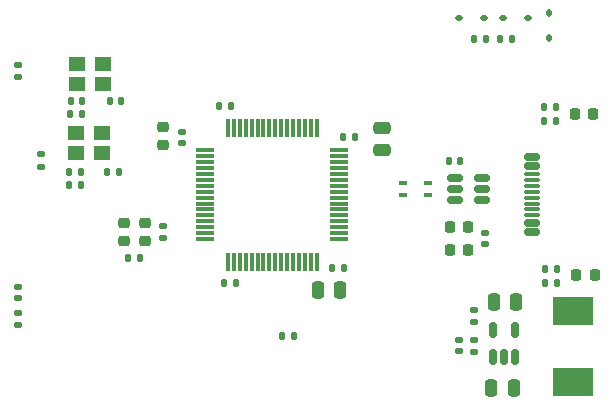
<source format=gbr>
%TF.GenerationSoftware,KiCad,Pcbnew,8.0.7*%
%TF.CreationDate,2024-12-25T08:40:24+02:00*%
%TF.ProjectId,STM32F405RGT6_BlackPill,53544d33-3246-4343-9035-524754365f42,rev?*%
%TF.SameCoordinates,Original*%
%TF.FileFunction,Paste,Top*%
%TF.FilePolarity,Positive*%
%FSLAX46Y46*%
G04 Gerber Fmt 4.6, Leading zero omitted, Abs format (unit mm)*
G04 Created by KiCad (PCBNEW 8.0.7) date 2024-12-25 08:40:24*
%MOMM*%
%LPD*%
G01*
G04 APERTURE LIST*
G04 Aperture macros list*
%AMRoundRect*
0 Rectangle with rounded corners*
0 $1 Rounding radius*
0 $2 $3 $4 $5 $6 $7 $8 $9 X,Y pos of 4 corners*
0 Add a 4 corners polygon primitive as box body*
4,1,4,$2,$3,$4,$5,$6,$7,$8,$9,$2,$3,0*
0 Add four circle primitives for the rounded corners*
1,1,$1+$1,$2,$3*
1,1,$1+$1,$4,$5*
1,1,$1+$1,$6,$7*
1,1,$1+$1,$8,$9*
0 Add four rect primitives between the rounded corners*
20,1,$1+$1,$2,$3,$4,$5,0*
20,1,$1+$1,$4,$5,$6,$7,0*
20,1,$1+$1,$6,$7,$8,$9,0*
20,1,$1+$1,$8,$9,$2,$3,0*%
G04 Aperture macros list end*
%ADD10RoundRect,0.075000X-0.700000X-0.075000X0.700000X-0.075000X0.700000X0.075000X-0.700000X0.075000X0*%
%ADD11RoundRect,0.075000X-0.075000X-0.700000X0.075000X-0.700000X0.075000X0.700000X-0.075000X0.700000X0*%
%ADD12RoundRect,0.140000X-0.140000X-0.170000X0.140000X-0.170000X0.140000X0.170000X-0.140000X0.170000X0*%
%ADD13R,0.762000X0.304800*%
%ADD14R,1.400000X1.200000*%
%ADD15RoundRect,0.150000X0.150000X-0.512500X0.150000X0.512500X-0.150000X0.512500X-0.150000X-0.512500X0*%
%ADD16RoundRect,0.140000X0.170000X-0.140000X0.170000X0.140000X-0.170000X0.140000X-0.170000X-0.140000X0*%
%ADD17RoundRect,0.112500X-0.112500X0.187500X-0.112500X-0.187500X0.112500X-0.187500X0.112500X0.187500X0*%
%ADD18RoundRect,0.135000X0.185000X-0.135000X0.185000X0.135000X-0.185000X0.135000X-0.185000X-0.135000X0*%
%ADD19RoundRect,0.147500X-0.172500X0.147500X-0.172500X-0.147500X0.172500X-0.147500X0.172500X0.147500X0*%
%ADD20RoundRect,0.135000X-0.185000X0.135000X-0.185000X-0.135000X0.185000X-0.135000X0.185000X0.135000X0*%
%ADD21RoundRect,0.135000X0.135000X0.185000X-0.135000X0.185000X-0.135000X-0.185000X0.135000X-0.185000X0*%
%ADD22RoundRect,0.135000X-0.135000X-0.185000X0.135000X-0.185000X0.135000X0.185000X-0.135000X0.185000X0*%
%ADD23RoundRect,0.225000X0.225000X0.250000X-0.225000X0.250000X-0.225000X-0.250000X0.225000X-0.250000X0*%
%ADD24RoundRect,0.250000X0.475000X-0.250000X0.475000X0.250000X-0.475000X0.250000X-0.475000X-0.250000X0*%
%ADD25RoundRect,0.225000X0.250000X-0.225000X0.250000X0.225000X-0.250000X0.225000X-0.250000X-0.225000X0*%
%ADD26RoundRect,0.140000X0.140000X0.170000X-0.140000X0.170000X-0.140000X-0.170000X0.140000X-0.170000X0*%
%ADD27RoundRect,0.250000X0.250000X0.475000X-0.250000X0.475000X-0.250000X-0.475000X0.250000X-0.475000X0*%
%ADD28RoundRect,0.250000X-0.250000X-0.475000X0.250000X-0.475000X0.250000X0.475000X-0.250000X0.475000X0*%
%ADD29RoundRect,0.218750X-0.218750X-0.256250X0.218750X-0.256250X0.218750X0.256250X-0.218750X0.256250X0*%
%ADD30R,3.500000X2.350000*%
%ADD31RoundRect,0.112500X0.187500X0.112500X-0.187500X0.112500X-0.187500X-0.112500X0.187500X-0.112500X0*%
%ADD32RoundRect,0.112500X-0.187500X-0.112500X0.187500X-0.112500X0.187500X0.112500X-0.187500X0.112500X0*%
%ADD33RoundRect,0.150000X0.500000X-0.150000X0.500000X0.150000X-0.500000X0.150000X-0.500000X-0.150000X0*%
%ADD34RoundRect,0.075000X0.575000X-0.075000X0.575000X0.075000X-0.575000X0.075000X-0.575000X-0.075000X0*%
%ADD35RoundRect,0.147500X0.147500X0.172500X-0.147500X0.172500X-0.147500X-0.172500X0.147500X-0.172500X0*%
%ADD36RoundRect,0.150000X0.512500X0.150000X-0.512500X0.150000X-0.512500X-0.150000X0.512500X-0.150000X0*%
%ADD37RoundRect,0.218750X0.218750X0.256250X-0.218750X0.256250X-0.218750X-0.256250X0.218750X-0.256250X0*%
G04 APERTURE END LIST*
D10*
%TO.C,U100*%
X102425000Y-51250000D03*
X102425000Y-51750000D03*
X102425000Y-52250000D03*
X102425000Y-52750000D03*
X102425000Y-53250000D03*
X102425000Y-53750000D03*
X102425000Y-54250000D03*
X102425000Y-54750000D03*
X102425000Y-55250000D03*
X102425000Y-55750000D03*
X102425000Y-56250000D03*
X102425000Y-56750000D03*
X102425000Y-57250000D03*
X102425000Y-57750000D03*
X102425000Y-58250000D03*
X102425000Y-58750000D03*
D11*
X104350000Y-60675000D03*
X104850000Y-60675000D03*
X105350000Y-60675000D03*
X105850000Y-60675000D03*
X106350000Y-60675000D03*
X106850000Y-60675000D03*
X107350000Y-60675000D03*
X107850000Y-60675000D03*
X108350000Y-60675000D03*
X108850000Y-60675000D03*
X109350000Y-60675000D03*
X109850000Y-60675000D03*
X110350000Y-60675000D03*
X110850000Y-60675000D03*
X111350000Y-60675000D03*
X111850000Y-60675000D03*
D10*
X113775000Y-58750000D03*
X113775000Y-58250000D03*
X113775000Y-57750000D03*
X113775000Y-57250000D03*
X113775000Y-56750000D03*
X113775000Y-56250000D03*
X113775000Y-55750000D03*
X113775000Y-55250000D03*
X113775000Y-54750000D03*
X113775000Y-54250000D03*
X113775000Y-53750000D03*
X113775000Y-53250000D03*
X113775000Y-52750000D03*
X113775000Y-52250000D03*
X113775000Y-51750000D03*
X113775000Y-51250000D03*
D11*
X111850000Y-49325000D03*
X111350000Y-49325000D03*
X110850000Y-49325000D03*
X110350000Y-49325000D03*
X109850000Y-49325000D03*
X109350000Y-49325000D03*
X108850000Y-49325000D03*
X108350000Y-49325000D03*
X107850000Y-49325000D03*
X107350000Y-49325000D03*
X106850000Y-49325000D03*
X106350000Y-49325000D03*
X105850000Y-49325000D03*
X105350000Y-49325000D03*
X104850000Y-49325000D03*
X104350000Y-49325000D03*
%TD*%
D12*
%TO.C,C105*%
X113170000Y-61200000D03*
X114130000Y-61200000D03*
%TD*%
D13*
%TO.C,U201*%
X121314249Y-55000000D03*
X121314249Y-54000000D03*
X119155249Y-54000000D03*
X119155249Y-55000000D03*
%TD*%
D14*
%TO.C,Y100*%
X93700000Y-49800000D03*
X91500000Y-49800000D03*
X91500000Y-51500000D03*
X93700000Y-51500000D03*
%TD*%
D15*
%TO.C,U300*%
X126750000Y-68750000D03*
X127700000Y-68750000D03*
X128650000Y-68750000D03*
X128650000Y-66475000D03*
X126750000Y-66475000D03*
%TD*%
D16*
%TO.C,C304*%
X123900000Y-68280000D03*
X123900000Y-67320000D03*
%TD*%
%TO.C,C102*%
X100450000Y-50630000D03*
X100450000Y-49670000D03*
%TD*%
D17*
%TO.C,D100*%
X131560000Y-39610000D03*
X131560000Y-41710000D03*
%TD*%
D18*
%TO.C,R102*%
X86600000Y-66010000D03*
X86600000Y-64990000D03*
%TD*%
D19*
%TO.C,L300*%
X126100000Y-58215000D03*
X126100000Y-59185000D03*
%TD*%
D20*
%TO.C,R100*%
X86600000Y-43990000D03*
X86600000Y-45010000D03*
%TD*%
D21*
%TO.C,R101*%
X109950000Y-66950000D03*
X108930000Y-66950000D03*
%TD*%
D22*
%TO.C,R302*%
X131190000Y-62500000D03*
X132210000Y-62500000D03*
%TD*%
D12*
%TO.C,C111*%
X90920000Y-53050000D03*
X91880000Y-53050000D03*
%TD*%
D21*
%TO.C,R103*%
X91910000Y-54200000D03*
X90890000Y-54200000D03*
%TD*%
D22*
%TO.C,R105*%
X127400000Y-41860000D03*
X128420000Y-41860000D03*
%TD*%
D23*
%TO.C,C301*%
X124675000Y-59700000D03*
X123125000Y-59700000D03*
%TD*%
D20*
%TO.C,R301*%
X125200000Y-64740000D03*
X125200000Y-65760000D03*
%TD*%
D24*
%TO.C,C115*%
X117400000Y-51250000D03*
X117400000Y-49350000D03*
%TD*%
D20*
%TO.C,R107*%
X88500000Y-51600000D03*
X88500000Y-52620000D03*
%TD*%
D25*
%TO.C,C101*%
X98850000Y-50825000D03*
X98850000Y-49275000D03*
%TD*%
D16*
%TO.C,C100*%
X86600000Y-63780000D03*
X86600000Y-62820000D03*
%TD*%
D26*
%TO.C,C106*%
X104980000Y-62500000D03*
X104020000Y-62500000D03*
%TD*%
%TO.C,C200*%
X124014749Y-52150000D03*
X123054749Y-52150000D03*
%TD*%
D27*
%TO.C,C303*%
X128550000Y-71350000D03*
X126650000Y-71350000D03*
%TD*%
D21*
%TO.C,R104*%
X92010000Y-48200000D03*
X90990000Y-48200000D03*
%TD*%
%TO.C,R106*%
X126170000Y-41860000D03*
X125150000Y-41860000D03*
%TD*%
D12*
%TO.C,C104*%
X114120000Y-50100000D03*
X115080000Y-50100000D03*
%TD*%
D28*
%TO.C,C114*%
X111950000Y-63050000D03*
X113850000Y-63050000D03*
%TD*%
D22*
%TO.C,R200*%
X131220000Y-61300000D03*
X132240000Y-61300000D03*
%TD*%
%TO.C,R108*%
X131090000Y-47600000D03*
X132110000Y-47600000D03*
%TD*%
D29*
%TO.C,D300*%
X133812500Y-61800000D03*
X135387500Y-61800000D03*
%TD*%
D27*
%TO.C,C302*%
X128750000Y-64050000D03*
X126850000Y-64050000D03*
%TD*%
D23*
%TO.C,C300*%
X124675000Y-57700000D03*
X123125000Y-57700000D03*
%TD*%
D14*
%TO.C,Y1*%
X93800000Y-43900000D03*
X91600000Y-43900000D03*
X91600000Y-45600000D03*
X93800000Y-45600000D03*
%TD*%
D30*
%TO.C,L301*%
X133550000Y-64850000D03*
X133550000Y-70900000D03*
%TD*%
D12*
%TO.C,C103*%
X103620000Y-47500000D03*
X104580000Y-47500000D03*
%TD*%
D26*
%TO.C,C112*%
X95280000Y-47100000D03*
X94320000Y-47100000D03*
%TD*%
D31*
%TO.C,D102*%
X126010000Y-40060000D03*
X123910000Y-40060000D03*
%TD*%
D32*
%TO.C,D101*%
X127660000Y-40060000D03*
X129760000Y-40060000D03*
%TD*%
D33*
%TO.C,J200*%
X130055000Y-58200000D03*
X130055000Y-57400000D03*
D34*
X130055000Y-56250000D03*
X130055000Y-55250000D03*
X130055000Y-54750000D03*
X130055000Y-53750000D03*
D33*
X130055000Y-52600000D03*
X130055000Y-51800000D03*
X130055000Y-51800000D03*
X130055000Y-52600000D03*
D34*
X130055000Y-53250000D03*
X130055000Y-54250000D03*
X130055000Y-55750000D03*
X130055000Y-56750000D03*
D33*
X130055000Y-57400000D03*
X130055000Y-58200000D03*
%TD*%
D25*
%TO.C,C108*%
X97300000Y-58950000D03*
X97300000Y-57400000D03*
%TD*%
D16*
%TO.C,C107*%
X98800000Y-58630000D03*
X98800000Y-57670000D03*
%TD*%
D20*
%TO.C,R300*%
X125200000Y-67265000D03*
X125200000Y-68285000D03*
%TD*%
D12*
%TO.C,C113*%
X91020000Y-47100000D03*
X91980000Y-47100000D03*
%TD*%
D25*
%TO.C,C109*%
X95500000Y-58950000D03*
X95500000Y-57400000D03*
%TD*%
D35*
%TO.C,L100*%
X96885000Y-60350000D03*
X95915000Y-60350000D03*
%TD*%
D36*
%TO.C,U200*%
X125822249Y-55450000D03*
X125822249Y-54500000D03*
X125822249Y-53550000D03*
X123547249Y-53550000D03*
X123547249Y-54500000D03*
X123547249Y-55450000D03*
%TD*%
D37*
%TO.C,D103*%
X135287500Y-48200000D03*
X133712500Y-48200000D03*
%TD*%
D22*
%TO.C,R201*%
X131090000Y-48750000D03*
X132110000Y-48750000D03*
%TD*%
D26*
%TO.C,C110*%
X95080000Y-53050000D03*
X94120000Y-53050000D03*
%TD*%
M02*

</source>
